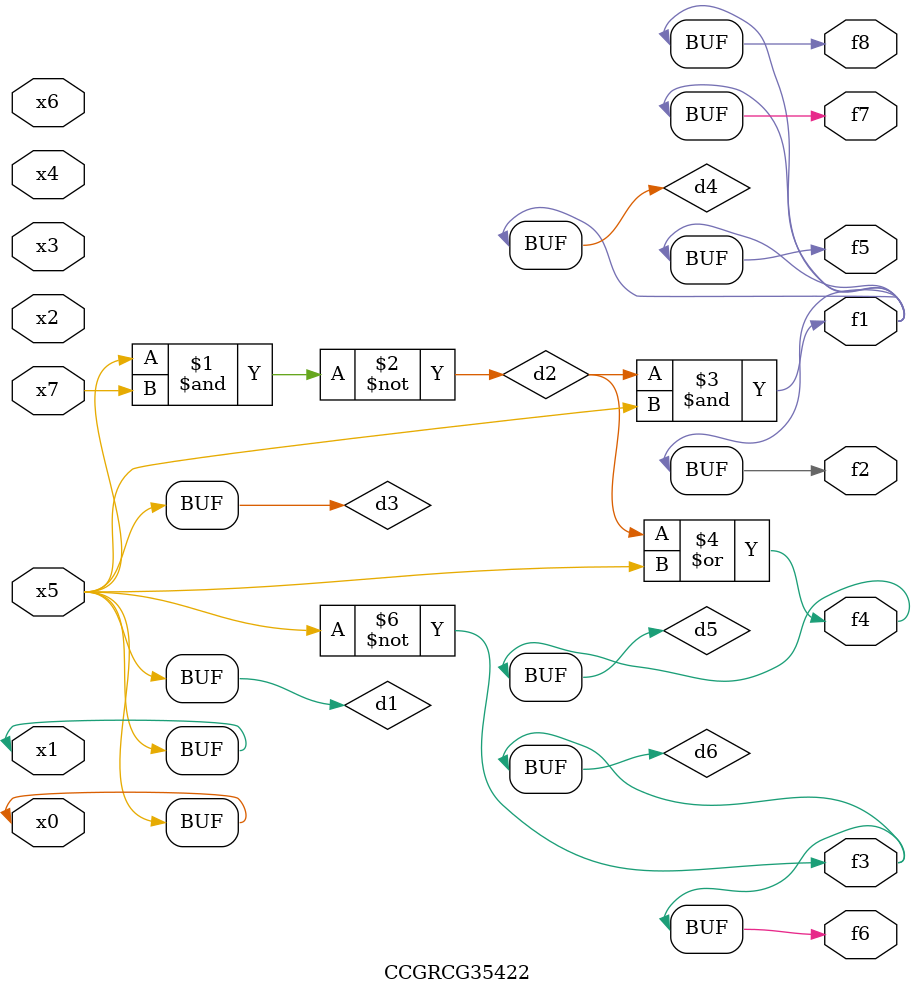
<source format=v>
module CCGRCG35422(
	input x0, x1, x2, x3, x4, x5, x6, x7,
	output f1, f2, f3, f4, f5, f6, f7, f8
);

	wire d1, d2, d3, d4, d5, d6;

	buf (d1, x0, x5);
	nand (d2, x5, x7);
	buf (d3, x0, x1);
	and (d4, d2, d3);
	or (d5, d2, d3);
	nor (d6, d1, d3);
	assign f1 = d4;
	assign f2 = d4;
	assign f3 = d6;
	assign f4 = d5;
	assign f5 = d4;
	assign f6 = d6;
	assign f7 = d4;
	assign f8 = d4;
endmodule

</source>
